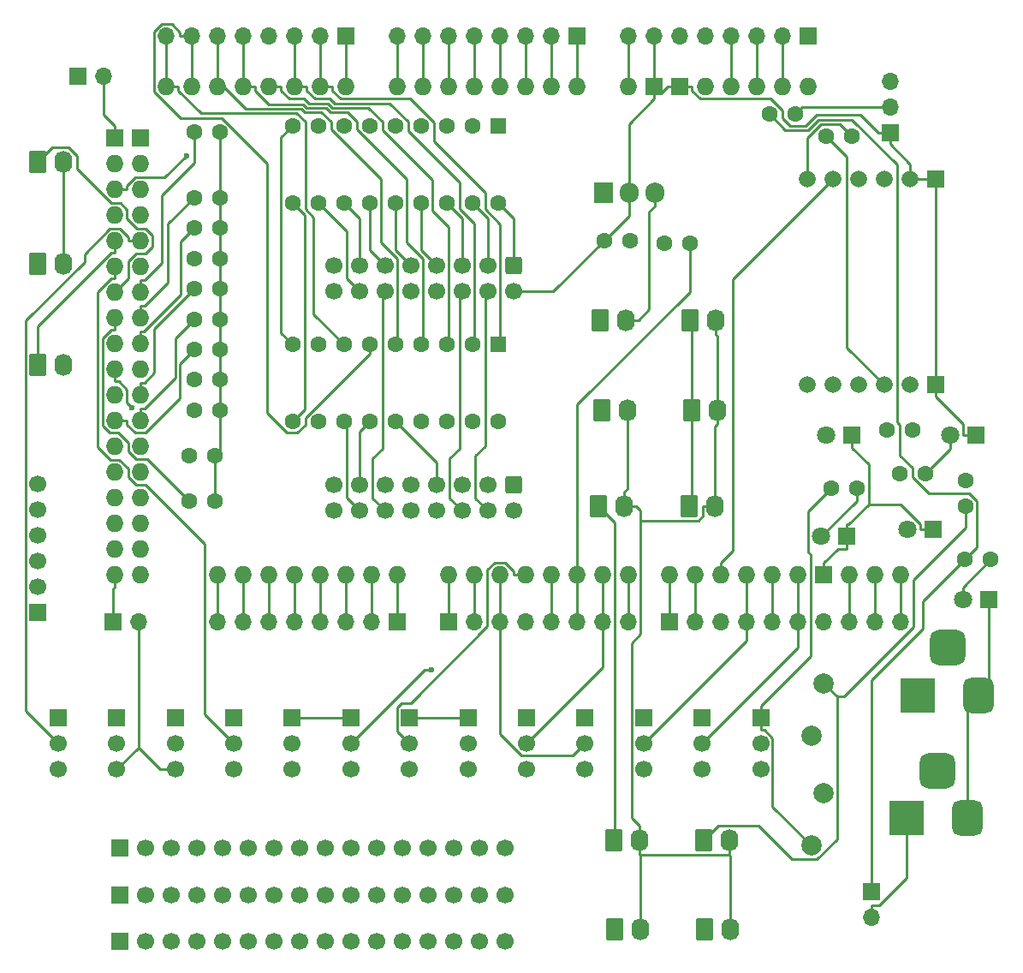
<source format=gbr>
G04 #@! TF.GenerationSoftware,KiCad,Pcbnew,9.0.4*
G04 #@! TF.CreationDate,2025-12-12T10:17:16+10:00*
G04 #@! TF.ProjectId,Jet Ranger Front Panel Servo,4a657420-5261-46e6-9765-722046726f6e,rev?*
G04 #@! TF.SameCoordinates,Original*
G04 #@! TF.FileFunction,Copper,L2,Bot*
G04 #@! TF.FilePolarity,Positive*
%FSLAX46Y46*%
G04 Gerber Fmt 4.6, Leading zero omitted, Abs format (unit mm)*
G04 Created by KiCad (PCBNEW 9.0.4) date 2025-12-12 10:17:16*
%MOMM*%
%LPD*%
G01*
G04 APERTURE LIST*
G04 Aperture macros list*
%AMRoundRect*
0 Rectangle with rounded corners*
0 $1 Rounding radius*
0 $2 $3 $4 $5 $6 $7 $8 $9 X,Y pos of 4 corners*
0 Add a 4 corners polygon primitive as box body*
4,1,4,$2,$3,$4,$5,$6,$7,$8,$9,$2,$3,0*
0 Add four circle primitives for the rounded corners*
1,1,$1+$1,$2,$3*
1,1,$1+$1,$4,$5*
1,1,$1+$1,$6,$7*
1,1,$1+$1,$8,$9*
0 Add four rect primitives between the rounded corners*
20,1,$1+$1,$2,$3,$4,$5,0*
20,1,$1+$1,$4,$5,$6,$7,0*
20,1,$1+$1,$6,$7,$8,$9,0*
20,1,$1+$1,$8,$9,$2,$3,0*%
G04 Aperture macros list end*
G04 #@! TA.AperFunction,ComponentPad*
%ADD10C,2.010000*%
G04 #@! TD*
G04 #@! TA.AperFunction,ComponentPad*
%ADD11R,1.700000X1.700000*%
G04 #@! TD*
G04 #@! TA.AperFunction,ComponentPad*
%ADD12C,1.700000*%
G04 #@! TD*
G04 #@! TA.AperFunction,ComponentPad*
%ADD13RoundRect,0.250000X-0.620000X-0.845000X0.620000X-0.845000X0.620000X0.845000X-0.620000X0.845000X0*%
G04 #@! TD*
G04 #@! TA.AperFunction,ComponentPad*
%ADD14O,1.740000X2.190000*%
G04 #@! TD*
G04 #@! TA.AperFunction,ComponentPad*
%ADD15C,1.600000*%
G04 #@! TD*
G04 #@! TA.AperFunction,ComponentPad*
%ADD16O,1.700000X1.700000*%
G04 #@! TD*
G04 #@! TA.AperFunction,ComponentPad*
%ADD17R,1.800000X1.800000*%
G04 #@! TD*
G04 #@! TA.AperFunction,ComponentPad*
%ADD18C,1.800000*%
G04 #@! TD*
G04 #@! TA.AperFunction,ComponentPad*
%ADD19R,3.500000X3.500000*%
G04 #@! TD*
G04 #@! TA.AperFunction,ComponentPad*
%ADD20RoundRect,0.750000X0.750000X1.000000X-0.750000X1.000000X-0.750000X-1.000000X0.750000X-1.000000X0*%
G04 #@! TD*
G04 #@! TA.AperFunction,ComponentPad*
%ADD21RoundRect,0.875000X0.875000X0.875000X-0.875000X0.875000X-0.875000X-0.875000X0.875000X-0.875000X0*%
G04 #@! TD*
G04 #@! TA.AperFunction,ComponentPad*
%ADD22RoundRect,0.250000X-0.550000X0.550000X-0.550000X-0.550000X0.550000X-0.550000X0.550000X0.550000X0*%
G04 #@! TD*
G04 #@! TA.AperFunction,ComponentPad*
%ADD23RoundRect,0.250000X-0.600000X0.600000X-0.600000X-0.600000X0.600000X-0.600000X0.600000X0.600000X0*%
G04 #@! TD*
G04 #@! TA.AperFunction,ComponentPad*
%ADD24R,1.905000X2.000000*%
G04 #@! TD*
G04 #@! TA.AperFunction,ComponentPad*
%ADD25O,1.905000X2.000000*%
G04 #@! TD*
G04 #@! TA.AperFunction,ComponentPad*
%ADD26R,1.665000X1.665000*%
G04 #@! TD*
G04 #@! TA.AperFunction,ComponentPad*
%ADD27C,1.665000*%
G04 #@! TD*
G04 #@! TA.AperFunction,ComponentPad*
%ADD28O,1.727200X1.727200*%
G04 #@! TD*
G04 #@! TA.AperFunction,ComponentPad*
%ADD29R,1.727200X1.727200*%
G04 #@! TD*
G04 #@! TA.AperFunction,ViaPad*
%ADD30C,0.600000*%
G04 #@! TD*
G04 #@! TA.AperFunction,Conductor*
%ADD31C,0.250000*%
G04 #@! TD*
G04 APERTURE END LIST*
D10*
X110750000Y-105050000D03*
X109550000Y-110150000D03*
D11*
X40791700Y-108420000D03*
D12*
X40791700Y-110960000D03*
X40791700Y-113500000D03*
D13*
X98950000Y-129350000D03*
D14*
X101490000Y-129350000D03*
D15*
X50500000Y-82500000D03*
X47960000Y-82500000D03*
D13*
X89960000Y-120500000D03*
D14*
X92500000Y-120500000D03*
D11*
X63500000Y-41046400D03*
D16*
X60960000Y-41046400D03*
X58420000Y-41046400D03*
X55880000Y-41046400D03*
X53340000Y-41046400D03*
X50800000Y-41046400D03*
X48260000Y-41046400D03*
X45720000Y-41046400D03*
D11*
X117298000Y-50550000D03*
D16*
X117298000Y-48010000D03*
X117298000Y-45470000D03*
D11*
X86360000Y-41046400D03*
D16*
X83820000Y-41046400D03*
X81280000Y-41046400D03*
X78740000Y-41046400D03*
X76200000Y-41046400D03*
X73660000Y-41046400D03*
X71120000Y-41046400D03*
X68580000Y-41046400D03*
D15*
X51040000Y-72000000D03*
X48500000Y-72000000D03*
D17*
X113540000Y-80500000D03*
D18*
X111000000Y-80500000D03*
D11*
X52375000Y-108420000D03*
D12*
X52375000Y-110960000D03*
X52375000Y-113500000D03*
D11*
X69750000Y-108420000D03*
D12*
X69750000Y-110960000D03*
X69750000Y-113500000D03*
D15*
X118250000Y-84250000D03*
X120790000Y-84250000D03*
X51040000Y-66000000D03*
X48500000Y-66000000D03*
X124750000Y-87500000D03*
X124750000Y-84960000D03*
D11*
X37000000Y-45000000D03*
D16*
X39540000Y-45000000D03*
D19*
X118949000Y-118350000D03*
D20*
X124949000Y-118350000D03*
D21*
X121949000Y-113650000D03*
D11*
X75541700Y-108420000D03*
D12*
X75541700Y-110960000D03*
X75541700Y-113500000D03*
D17*
X127040000Y-96750000D03*
D18*
X124500000Y-96750000D03*
D11*
X92916700Y-108420000D03*
D12*
X92916700Y-110960000D03*
X92916700Y-113500000D03*
D17*
X125770000Y-80500000D03*
D18*
X123230000Y-80500000D03*
D10*
X109500000Y-121000000D03*
X110700000Y-115900000D03*
D11*
X33000000Y-98000000D03*
D12*
X33000000Y-95460000D03*
X33000000Y-92920000D03*
X33000000Y-90380000D03*
X33000000Y-87840000D03*
X33000000Y-85300000D03*
D22*
X78500000Y-49868300D03*
D15*
X75960000Y-49868300D03*
X73420000Y-49868300D03*
X70880000Y-49868300D03*
X68340000Y-49868300D03*
X65800000Y-49868300D03*
X63260000Y-49868300D03*
X60720000Y-49868300D03*
X58180000Y-49868300D03*
X58180000Y-57488300D03*
X60720000Y-57488300D03*
X63260000Y-57488300D03*
X65800000Y-57488300D03*
X68340000Y-57488300D03*
X70880000Y-57488300D03*
X73420000Y-57488300D03*
X75960000Y-57488300D03*
X78500000Y-57488300D03*
X51040000Y-69000000D03*
X48500000Y-69000000D03*
X51000000Y-75000000D03*
X48460000Y-75000000D03*
X124710000Y-92750000D03*
X127250000Y-92750000D03*
D13*
X33000000Y-63500000D03*
D14*
X35540000Y-63500000D03*
D15*
X117000000Y-80000000D03*
X119540000Y-80000000D03*
D11*
X68580000Y-98958400D03*
D16*
X66040000Y-98958400D03*
X63500000Y-98958400D03*
X60960000Y-98958400D03*
X58420000Y-98958400D03*
X55880000Y-98958400D03*
X53340000Y-98958400D03*
X50800000Y-98958400D03*
D15*
X51000000Y-50500000D03*
X48460000Y-50500000D03*
D23*
X80040000Y-63736700D03*
D12*
X80040000Y-66276700D03*
X77500000Y-63736700D03*
X77500000Y-66276700D03*
X74960000Y-63736700D03*
X74960000Y-66276700D03*
X72420000Y-63736700D03*
X72420000Y-66276700D03*
X69880000Y-63736700D03*
X69880000Y-66276700D03*
X67340000Y-63736700D03*
X67340000Y-66276700D03*
X64800000Y-63736700D03*
X64800000Y-66276700D03*
X62260000Y-63736700D03*
X62260000Y-66276700D03*
D15*
X94960000Y-61500000D03*
X97500000Y-61500000D03*
D13*
X98850000Y-120500000D03*
D14*
X101390000Y-120500000D03*
D24*
X88920000Y-56500000D03*
D25*
X91460000Y-56500000D03*
X94000000Y-56500000D03*
D26*
X121809000Y-55183300D03*
D27*
X119269000Y-55183300D03*
X116729000Y-55183300D03*
X114189000Y-55183300D03*
X111649000Y-55183300D03*
X109109000Y-55183300D03*
D26*
X121809000Y-75503300D03*
D27*
X119269000Y-75503300D03*
X116729000Y-75503300D03*
X114189000Y-75503300D03*
X111649000Y-75503300D03*
X109109000Y-75503300D03*
D17*
X113040000Y-90500000D03*
D18*
X110500000Y-90500000D03*
D15*
X111455000Y-85750000D03*
X113995000Y-85750000D03*
D13*
X88653200Y-69135100D03*
D14*
X91193200Y-69135100D03*
D11*
X109220000Y-41046400D03*
D16*
X106680000Y-41046400D03*
X104140000Y-41046400D03*
X101600000Y-41046400D03*
X99060000Y-41046400D03*
X96520000Y-41046400D03*
X93980000Y-41046400D03*
X91440000Y-41046400D03*
D11*
X58166700Y-108420000D03*
D12*
X58166700Y-110960000D03*
X58166700Y-113500000D03*
D15*
X51040000Y-60000000D03*
X48500000Y-60000000D03*
D11*
X115450000Y-125560000D03*
D16*
X115450000Y-128100000D03*
D11*
X87125000Y-108420000D03*
D12*
X87125000Y-110960000D03*
X87125000Y-113500000D03*
D11*
X63958300Y-108420000D03*
D12*
X63958300Y-110960000D03*
X63958300Y-113500000D03*
D13*
X97543200Y-69135100D03*
D14*
X100083200Y-69135100D03*
D22*
X78500000Y-71500000D03*
D15*
X75960000Y-71500000D03*
X73420000Y-71500000D03*
X70880000Y-71500000D03*
X68340000Y-71500000D03*
X65800000Y-71500000D03*
X63260000Y-71500000D03*
X60720000Y-71500000D03*
X58180000Y-71500000D03*
X58180000Y-79120000D03*
X60720000Y-79120000D03*
X63260000Y-79120000D03*
X65800000Y-79120000D03*
X68340000Y-79120000D03*
X70880000Y-79120000D03*
X73420000Y-79120000D03*
X75960000Y-79120000D03*
X78500000Y-79120000D03*
D13*
X97643200Y-77985100D03*
D14*
X100183200Y-77985100D03*
D23*
X80040000Y-85368300D03*
D12*
X80040000Y-87908300D03*
X77500000Y-85368300D03*
X77500000Y-87908300D03*
X74960000Y-85368300D03*
X74960000Y-87908300D03*
X72420000Y-85368300D03*
X72420000Y-87908300D03*
X69880000Y-85368300D03*
X69880000Y-87908300D03*
X67340000Y-85368300D03*
X67340000Y-87908300D03*
X64800000Y-85368300D03*
X64800000Y-87908300D03*
X62260000Y-85368300D03*
X62260000Y-87908300D03*
D13*
X97460000Y-87500000D03*
D14*
X100000000Y-87500000D03*
D15*
X110960000Y-50900000D03*
X113500000Y-50900000D03*
D13*
X33000000Y-73500000D03*
D14*
X35540000Y-73500000D03*
D15*
X51040000Y-63000000D03*
X48500000Y-63000000D03*
X89037500Y-61212500D03*
X91577500Y-61212500D03*
D11*
X41140000Y-121320000D03*
D12*
X43680000Y-121320000D03*
X46220000Y-121320000D03*
X48760000Y-121320000D03*
X51300000Y-121320000D03*
X53840000Y-121320000D03*
X56380000Y-121320000D03*
X58920000Y-121320000D03*
X61460000Y-121320000D03*
X64000000Y-121320000D03*
X66540000Y-121320000D03*
X69080000Y-121320000D03*
X71620000Y-121320000D03*
X74160000Y-121320000D03*
X76700000Y-121320000D03*
X79240000Y-121320000D03*
D15*
X51000000Y-78000000D03*
X48460000Y-78000000D03*
X105350000Y-48750000D03*
X107890000Y-48750000D03*
D11*
X35000000Y-108420000D03*
D12*
X35000000Y-110960000D03*
X35000000Y-113500000D03*
D11*
X41140000Y-130500000D03*
D12*
X43680000Y-130500000D03*
X46220000Y-130500000D03*
X48760000Y-130500000D03*
X51300000Y-130500000D03*
X53840000Y-130500000D03*
X56380000Y-130500000D03*
X58920000Y-130500000D03*
X61460000Y-130500000D03*
X64000000Y-130500000D03*
X66540000Y-130500000D03*
X69080000Y-130500000D03*
X71620000Y-130500000D03*
X74160000Y-130500000D03*
X76700000Y-130500000D03*
X79240000Y-130500000D03*
D11*
X81333300Y-108420000D03*
D12*
X81333300Y-110960000D03*
X81333300Y-113500000D03*
D13*
X33000000Y-53500000D03*
D14*
X35540000Y-53500000D03*
D17*
X121540000Y-89750000D03*
D18*
X119000000Y-89750000D03*
D11*
X98708300Y-108420000D03*
D12*
X98708300Y-110960000D03*
X98708300Y-113500000D03*
D11*
X46583300Y-108420000D03*
D12*
X46583300Y-110960000D03*
X46583300Y-113500000D03*
D13*
X88460000Y-87500000D03*
D14*
X91000000Y-87500000D03*
D19*
X120000000Y-106207500D03*
D20*
X126000000Y-106207500D03*
D21*
X123000000Y-101507500D03*
D13*
X88753200Y-77985100D03*
D14*
X91293200Y-77985100D03*
D11*
X95504000Y-98958400D03*
D16*
X98044000Y-98958400D03*
X100584000Y-98958400D03*
X103124000Y-98958400D03*
X105664000Y-98958400D03*
X108204000Y-98958400D03*
X110744000Y-98958400D03*
X113284000Y-98958400D03*
X115824000Y-98958400D03*
X118364000Y-98958400D03*
D11*
X104500000Y-108420000D03*
D12*
X104500000Y-110960000D03*
X104500000Y-113500000D03*
D15*
X51000000Y-57000000D03*
X48460000Y-57000000D03*
D11*
X40411400Y-98933000D03*
D16*
X42951400Y-98933000D03*
D13*
X90060000Y-129350000D03*
D14*
X92600000Y-129350000D03*
D11*
X73660000Y-98958400D03*
D16*
X76200000Y-98958400D03*
X78740000Y-98958400D03*
X81280000Y-98958400D03*
X83820000Y-98958400D03*
X86360000Y-98958400D03*
X88900000Y-98958400D03*
X91440000Y-98958400D03*
D28*
X109205000Y-46039300D03*
X101585000Y-46039300D03*
X99045000Y-46039300D03*
X43165000Y-94299300D03*
X40625000Y-94299300D03*
X86345000Y-46039300D03*
X83805000Y-46039300D03*
X81265000Y-46039300D03*
X78725000Y-46039300D03*
X76185000Y-46039300D03*
X73645000Y-46039300D03*
X71105000Y-46039300D03*
X68565000Y-46039300D03*
X63485000Y-46039300D03*
X60945000Y-46039300D03*
X58405000Y-46039300D03*
X55865000Y-46039300D03*
X53325000Y-46039300D03*
X50785000Y-46039300D03*
X48245000Y-46039300D03*
X45705000Y-46039300D03*
X113269000Y-94299300D03*
X73645000Y-94299300D03*
X76185000Y-94299300D03*
X78725000Y-94299300D03*
X81265000Y-94299300D03*
X83805000Y-94299300D03*
X86345000Y-94299300D03*
X88885000Y-94299300D03*
X91425000Y-94299300D03*
X95489000Y-94299300D03*
X98029000Y-94299300D03*
X100569000Y-94299300D03*
X103109000Y-94299300D03*
X105649000Y-94299300D03*
X108189000Y-94299300D03*
X68565000Y-94299300D03*
X66025000Y-94299300D03*
X63485000Y-94299300D03*
X60945000Y-94299300D03*
X58405000Y-94299300D03*
X55865000Y-94299300D03*
X53325000Y-94299300D03*
X50785000Y-94299300D03*
X43165000Y-91759300D03*
X40625000Y-91759300D03*
X43165000Y-89219300D03*
X40625000Y-89219300D03*
X43165000Y-86679300D03*
X40625000Y-86679300D03*
X43165000Y-84139300D03*
X40625000Y-84139300D03*
X43165000Y-81599300D03*
X40625000Y-81599300D03*
X43165000Y-79059300D03*
X40625000Y-79059300D03*
X43165000Y-76519300D03*
X40625000Y-76519300D03*
X43165000Y-73979300D03*
X40625000Y-73979300D03*
X43165000Y-71439300D03*
X40625000Y-71439300D03*
X43165000Y-68899300D03*
X40625000Y-68899300D03*
X43165000Y-66359300D03*
X40625000Y-66359300D03*
X43165000Y-63819300D03*
X40625000Y-63819300D03*
X43165000Y-61279300D03*
X40625000Y-61279300D03*
X43165000Y-58739300D03*
X40625000Y-58739300D03*
X43165000Y-56199300D03*
X40625000Y-56199300D03*
X43165000Y-53659300D03*
X40625000Y-53659300D03*
D29*
X110729000Y-94299300D03*
X96505000Y-46039300D03*
X93965000Y-46039300D03*
X43165000Y-51119300D03*
X40625000Y-51119300D03*
D28*
X106665000Y-46039300D03*
X104125000Y-46039300D03*
X118349000Y-94299300D03*
X115809000Y-94299300D03*
X91425000Y-46039300D03*
D15*
X50500000Y-87000000D03*
X47960000Y-87000000D03*
D11*
X41140000Y-125910000D03*
D12*
X43680000Y-125910000D03*
X46220000Y-125910000D03*
X48760000Y-125910000D03*
X51300000Y-125910000D03*
X53840000Y-125910000D03*
X56380000Y-125910000D03*
X58920000Y-125910000D03*
X61460000Y-125910000D03*
X64000000Y-125910000D03*
X66540000Y-125910000D03*
X69080000Y-125910000D03*
X71620000Y-125910000D03*
X74160000Y-125910000D03*
X76700000Y-125910000D03*
X79240000Y-125910000D03*
D30*
X42308400Y-77789400D03*
X71898200Y-103637300D03*
X47690800Y-52867600D03*
D31*
X93470500Y-68052900D02*
X92388300Y-69135100D01*
X93470500Y-58354600D02*
X93470500Y-68052900D01*
X94000000Y-57825100D02*
X93470500Y-58354600D01*
X94000000Y-56500000D02*
X94000000Y-57825100D01*
X91193200Y-69135100D02*
X92388300Y-69135100D01*
X92600000Y-129350000D02*
X92600000Y-127929900D01*
X100183200Y-70655200D02*
X100083200Y-70555200D01*
X100183200Y-77985100D02*
X100183200Y-70655200D01*
X100083200Y-69135100D02*
X100083200Y-70555200D01*
X101390000Y-120500000D02*
X101390000Y-121920100D01*
X91293200Y-85786700D02*
X91000000Y-86079900D01*
X91293200Y-77985100D02*
X91293200Y-85786700D01*
X91000000Y-87500000D02*
X91000000Y-86079900D01*
X92500000Y-120500000D02*
X92500000Y-119079900D01*
X91000000Y-87500000D02*
X92195100Y-87500000D01*
X101490000Y-122020100D02*
X101490000Y-129350000D01*
X101390000Y-121920100D02*
X101490000Y-122020100D01*
X92600000Y-127929900D02*
X92600000Y-121935800D01*
X92584300Y-121920100D02*
X92600000Y-121935800D01*
X92500000Y-121920100D02*
X92584300Y-121920100D01*
X101374300Y-121935800D02*
X101390000Y-121920100D01*
X92600000Y-121935800D02*
X101374300Y-121935800D01*
X92500000Y-120500000D02*
X92500000Y-121920100D01*
X100000000Y-79588400D02*
X100183200Y-79405200D01*
X100000000Y-87500000D02*
X100000000Y-79588400D01*
X100183200Y-77985100D02*
X100183200Y-79405200D01*
X100000000Y-87500000D02*
X98804900Y-87500000D01*
X98804900Y-88457700D02*
X98804900Y-87500000D01*
X98325300Y-88937300D02*
X98804900Y-88457700D01*
X92626100Y-88937300D02*
X98325300Y-88937300D01*
X92626100Y-100144300D02*
X92626100Y-88937300D01*
X91741500Y-101028900D02*
X92626100Y-100144300D01*
X91741500Y-118321400D02*
X91741500Y-101028900D01*
X92500000Y-119079900D02*
X91741500Y-118321400D01*
X92626100Y-87931000D02*
X92195100Y-87500000D01*
X92626100Y-88937300D02*
X92626100Y-87931000D01*
X55880000Y-95503000D02*
X55880000Y-98958400D01*
X55865000Y-95488000D02*
X55880000Y-95503000D01*
X55865000Y-94299300D02*
X55865000Y-95488000D01*
X60960000Y-95503000D02*
X60960000Y-98958400D01*
X60945000Y-95488000D02*
X60960000Y-95503000D01*
X60945000Y-94299300D02*
X60945000Y-95488000D01*
X58420000Y-95503000D02*
X58420000Y-98958400D01*
X58405000Y-95488000D02*
X58420000Y-95503000D01*
X58405000Y-94299300D02*
X58405000Y-95488000D01*
X112355300Y-49755300D02*
X113500000Y-50900000D01*
X110478900Y-49755300D02*
X112355300Y-49755300D01*
X109109000Y-51125200D02*
X110478900Y-49755300D01*
X109109000Y-55183300D02*
X109109000Y-51125200D01*
X80040000Y-59028300D02*
X78500000Y-57488300D01*
X80040000Y-63736700D02*
X80040000Y-59028300D01*
X68340000Y-62196700D02*
X69880000Y-63736700D01*
X68340000Y-57488300D02*
X68340000Y-62196700D01*
X63530000Y-60298300D02*
X60720000Y-57488300D01*
X63530000Y-65006700D02*
X63530000Y-60298300D01*
X64800000Y-66276700D02*
X63530000Y-65006700D01*
X77500000Y-59028300D02*
X75960000Y-57488300D01*
X77500000Y-63736700D02*
X77500000Y-59028300D01*
X64800000Y-59028300D02*
X64800000Y-63736700D01*
X63260000Y-57488300D02*
X64800000Y-59028300D01*
X74960000Y-59028300D02*
X74960000Y-63736700D01*
X73420000Y-57488300D02*
X74960000Y-59028300D01*
X65800000Y-62196700D02*
X67340000Y-63736700D01*
X65800000Y-57488300D02*
X65800000Y-62196700D01*
X70880000Y-62196700D02*
X72420000Y-63736700D01*
X70880000Y-57488300D02*
X70880000Y-62196700D01*
X48460000Y-53537900D02*
X48460000Y-50500000D01*
X45276100Y-56721800D02*
X48460000Y-53537900D01*
X45276100Y-63431000D02*
X45276100Y-56721800D01*
X43536500Y-65170600D02*
X45276100Y-63431000D01*
X43165000Y-65170600D02*
X43536500Y-65170600D01*
X43165000Y-66359300D02*
X43165000Y-65170600D01*
X72420000Y-83200000D02*
X68340000Y-79120000D01*
X72420000Y-85368300D02*
X72420000Y-83200000D01*
X64800000Y-80120000D02*
X65800000Y-79120000D01*
X64800000Y-85368300D02*
X64800000Y-80120000D01*
X43165000Y-76519300D02*
X43165000Y-75330600D01*
X44540200Y-69959800D02*
X48500000Y-66000000D01*
X44540200Y-74327000D02*
X44540200Y-69959800D01*
X43536600Y-75330600D02*
X44540200Y-74327000D01*
X43165000Y-75330600D02*
X43536600Y-75330600D01*
X43165000Y-68899300D02*
X43165000Y-67710600D01*
X45879900Y-59580100D02*
X48460000Y-57000000D01*
X45879900Y-65367200D02*
X45879900Y-59580100D01*
X43536500Y-67710600D02*
X45879900Y-65367200D01*
X43165000Y-67710600D02*
X43536500Y-67710600D01*
X63500000Y-95503000D02*
X63500000Y-98958400D01*
X63485000Y-95488000D02*
X63500000Y-95503000D01*
X63485000Y-94299300D02*
X63485000Y-95488000D01*
X47131500Y-61368500D02*
X48500000Y-60000000D01*
X47131500Y-66619900D02*
X47131500Y-61368500D01*
X43500800Y-70250600D02*
X47131500Y-66619900D01*
X43165000Y-70250600D02*
X43500800Y-70250600D01*
X43165000Y-71439300D02*
X43165000Y-70250600D01*
X74690000Y-66546700D02*
X74960000Y-66276700D01*
X74690000Y-81841600D02*
X74690000Y-66546700D01*
X73748400Y-82783200D02*
X74690000Y-81841600D01*
X73748400Y-86696700D02*
X73748400Y-82783200D01*
X74960000Y-87908300D02*
X73748400Y-86696700D01*
X67070000Y-66546700D02*
X67340000Y-66276700D01*
X67070000Y-81841600D02*
X67070000Y-66546700D01*
X66128400Y-82783200D02*
X67070000Y-81841600D01*
X66128400Y-86696700D02*
X66128400Y-82783200D01*
X67340000Y-87908300D02*
X66128400Y-86696700D01*
X63530000Y-79390000D02*
X63260000Y-79120000D01*
X63530000Y-86638300D02*
X63530000Y-79390000D01*
X64800000Y-87908300D02*
X63530000Y-86638300D01*
X109420400Y-102324500D02*
X104500000Y-107244900D01*
X109420400Y-92276000D02*
X109420400Y-102324500D01*
X109231200Y-92086800D02*
X109420400Y-92276000D01*
X109231200Y-87973800D02*
X109231200Y-92086800D01*
X111455000Y-85750000D02*
X109231200Y-87973800D01*
X104500000Y-108420000D02*
X104500000Y-107244900D01*
X75541700Y-108420000D02*
X69750000Y-108420000D01*
X63958300Y-108420000D02*
X58166700Y-108420000D01*
X104867300Y-109595100D02*
X104500000Y-109595100D01*
X105675100Y-110402900D02*
X104867300Y-109595100D01*
X105675100Y-117175100D02*
X105675100Y-110402900D01*
X109500000Y-121000000D02*
X105675100Y-117175100D01*
X104500000Y-108420000D02*
X104500000Y-109595100D01*
X50800000Y-95503000D02*
X50800000Y-98958400D01*
X50785000Y-95488000D02*
X50800000Y-95503000D01*
X50785000Y-94299300D02*
X50785000Y-95488000D01*
X43829300Y-82869300D02*
X47960000Y-87000000D01*
X42731800Y-82869300D02*
X43829300Y-82869300D01*
X41976200Y-82113700D02*
X42731800Y-82869300D01*
X41976200Y-81268200D02*
X41976200Y-82113700D01*
X40964600Y-80256600D02*
X41976200Y-81268200D01*
X40107200Y-80256600D02*
X40964600Y-80256600D01*
X39407100Y-79556500D02*
X40107200Y-80256600D01*
X39407100Y-70934400D02*
X39407100Y-79556500D01*
X40253500Y-70088000D02*
X39407100Y-70934400D01*
X40625000Y-70088000D02*
X40253500Y-70088000D01*
X40625000Y-68899300D02*
X40625000Y-70088000D01*
X41813700Y-77294700D02*
X42308400Y-77789400D01*
X41813700Y-75985100D02*
X41813700Y-77294700D01*
X40996600Y-75168000D02*
X41813700Y-75985100D01*
X40625000Y-75168000D02*
X40996600Y-75168000D01*
X40625000Y-73979300D02*
X40625000Y-75168000D01*
X50800000Y-44835600D02*
X50800000Y-41046400D01*
X50785000Y-44850600D02*
X50800000Y-44835600D01*
X50785000Y-46039300D02*
X50785000Y-45450600D01*
X50785000Y-45450600D02*
X50785000Y-44850600D01*
X68542500Y-71297500D02*
X68340000Y-71500000D01*
X68542500Y-63035900D02*
X68542500Y-71297500D01*
X66932000Y-61425400D02*
X68542500Y-63035900D01*
X66932000Y-55152300D02*
X66932000Y-61425400D01*
X61990100Y-50210400D02*
X66932000Y-55152300D01*
X61990100Y-49513500D02*
X61990100Y-50210400D01*
X61055000Y-48578400D02*
X61990100Y-49513500D01*
X59421700Y-48578400D02*
X61055000Y-48578400D01*
X59052500Y-48209200D02*
X59421700Y-48578400D01*
X53543600Y-48209200D02*
X59052500Y-48209200D01*
X50785000Y-45450600D02*
X53543600Y-48209200D01*
X83820000Y-95503000D02*
X83820000Y-98958400D01*
X83805000Y-95488000D02*
X83820000Y-95503000D01*
X83805000Y-94299300D02*
X83805000Y-95488000D01*
X108204000Y-101464300D02*
X98708300Y-110960000D01*
X108204000Y-98958400D02*
X108204000Y-101464300D01*
X108204000Y-95503000D02*
X108204000Y-98958400D01*
X108189000Y-95488000D02*
X108204000Y-95503000D01*
X108189000Y-94299300D02*
X108189000Y-95488000D01*
X48245000Y-46039300D02*
X48245000Y-44850600D01*
X48260000Y-44835600D02*
X48260000Y-41046400D01*
X48245000Y-44850600D02*
X48260000Y-44835600D01*
X65800000Y-72389300D02*
X65800000Y-71500000D01*
X59450000Y-78739300D02*
X65800000Y-72389300D01*
X59450000Y-79482200D02*
X59450000Y-78739300D01*
X58680000Y-80252200D02*
X59450000Y-79482200D01*
X57661800Y-80252200D02*
X58680000Y-80252200D01*
X55717500Y-78307900D02*
X57661800Y-80252200D01*
X55717500Y-53611700D02*
X55717500Y-78307900D01*
X51215300Y-49109500D02*
X55717500Y-53611700D01*
X47090000Y-49109500D02*
X51215300Y-49109500D01*
X44483200Y-46502700D02*
X47090000Y-49109500D01*
X44483200Y-40619700D02*
X44483200Y-46502700D01*
X45246800Y-39856100D02*
X44483200Y-40619700D01*
X46261800Y-39856100D02*
X45246800Y-39856100D01*
X47084900Y-40679200D02*
X46261800Y-39856100D01*
X47084900Y-41046400D02*
X47084900Y-40679200D01*
X48260000Y-41046400D02*
X47084900Y-41046400D01*
X33000000Y-69721500D02*
X33000000Y-73500000D01*
X40253500Y-62468000D02*
X33000000Y-69721500D01*
X40625000Y-62468000D02*
X40253500Y-62468000D01*
X40625000Y-61279300D02*
X40625000Y-62468000D01*
X58420000Y-44835600D02*
X58420000Y-41046400D01*
X58405000Y-44850600D02*
X58420000Y-44835600D01*
X58405000Y-46039300D02*
X58405000Y-44850600D01*
X58405000Y-46039300D02*
X59593700Y-46039300D01*
X76162500Y-71297500D02*
X75960000Y-71500000D01*
X76162500Y-59594100D02*
X76162500Y-71297500D01*
X74690000Y-58121600D02*
X76162500Y-59594100D01*
X74690000Y-55478300D02*
X74690000Y-58121600D01*
X69610000Y-50398300D02*
X74690000Y-55478300D01*
X69610000Y-49484300D02*
X69610000Y-50398300D01*
X67803900Y-47678200D02*
X69610000Y-49484300D01*
X62334700Y-47678200D02*
X67803900Y-47678200D01*
X61884600Y-47228100D02*
X62334700Y-47678200D01*
X60413000Y-47228100D02*
X61884600Y-47228100D01*
X59593700Y-46408800D02*
X60413000Y-47228100D01*
X59593700Y-46039300D02*
X59593700Y-46408800D01*
X68580000Y-44835600D02*
X68580000Y-41046400D01*
X68565000Y-44850600D02*
X68580000Y-44835600D01*
X68565000Y-46039300D02*
X68565000Y-44850600D01*
X34443700Y-52056300D02*
X33000000Y-53500000D01*
X36026200Y-52056300D02*
X34443700Y-52056300D01*
X36853900Y-52884000D02*
X36026200Y-52056300D01*
X36853900Y-54162600D02*
X36853900Y-52884000D01*
X40241800Y-57550500D02*
X36853900Y-54162600D01*
X41174200Y-57550500D02*
X40241800Y-57550500D01*
X41813800Y-58190100D02*
X41174200Y-57550500D01*
X41813800Y-59070400D02*
X41813800Y-58190100D01*
X42808100Y-60064700D02*
X41813800Y-59070400D01*
X43657700Y-60064700D02*
X42808100Y-60064700D01*
X44353700Y-60760700D02*
X43657700Y-60064700D01*
X44353700Y-61839800D02*
X44353700Y-60760700D01*
X43644200Y-62549300D02*
X44353700Y-61839800D01*
X42731800Y-62549300D02*
X43644200Y-62549300D01*
X41976200Y-63304900D02*
X42731800Y-62549300D01*
X41976200Y-65008100D02*
X41976200Y-63304900D01*
X40625000Y-66359300D02*
X41976200Y-65008100D01*
X83820000Y-44835600D02*
X83820000Y-41046400D01*
X83805000Y-44850600D02*
X83820000Y-44835600D01*
X83805000Y-46039300D02*
X83805000Y-44850600D01*
X60960000Y-44835600D02*
X60960000Y-41046400D01*
X60945000Y-44850600D02*
X60960000Y-44835600D01*
X60945000Y-46039300D02*
X60945000Y-44850600D01*
X62133700Y-46408800D02*
X62133700Y-46039300D01*
X62952900Y-47228000D02*
X62133700Y-46408800D01*
X69831300Y-47228000D02*
X62952900Y-47228000D01*
X72150000Y-49546700D02*
X69831300Y-47228000D01*
X72150000Y-51470700D02*
X72150000Y-49546700D01*
X77230000Y-56550700D02*
X72150000Y-51470700D01*
X77230000Y-58121600D02*
X77230000Y-56550700D01*
X78716800Y-59608400D02*
X77230000Y-58121600D01*
X78716800Y-71283200D02*
X78716800Y-59608400D01*
X78500000Y-71500000D02*
X78716800Y-71283200D01*
X60945000Y-46039300D02*
X62133700Y-46039300D01*
X46625200Y-70874800D02*
X48500000Y-69000000D01*
X46625200Y-74781900D02*
X46625200Y-70874800D01*
X43536500Y-77870600D02*
X46625200Y-74781900D01*
X43165000Y-77870600D02*
X43536500Y-77870600D01*
X43165000Y-79059300D02*
X43165000Y-77870600D01*
X105664000Y-95503000D02*
X105664000Y-98958400D01*
X105649000Y-95488000D02*
X105664000Y-95503000D01*
X105649000Y-94299300D02*
X105649000Y-95488000D01*
X95489000Y-94299300D02*
X95489000Y-95488000D01*
X95504000Y-95503000D02*
X95504000Y-98958400D01*
X95489000Y-95488000D02*
X95504000Y-95503000D01*
X71281000Y-103637300D02*
X63958300Y-110960000D01*
X71898200Y-103637300D02*
X71281000Y-103637300D01*
X106680000Y-44835600D02*
X106680000Y-41046400D01*
X106665000Y-44850600D02*
X106680000Y-44835600D01*
X106665000Y-46039300D02*
X106665000Y-44850600D01*
X53340000Y-44835600D02*
X53340000Y-41046400D01*
X53325000Y-44850600D02*
X53340000Y-44835600D01*
X53325000Y-45450600D02*
X53325000Y-44850600D01*
X53325000Y-45450600D02*
X53325000Y-46039300D01*
X71082500Y-71297500D02*
X70880000Y-71500000D01*
X71082500Y-63035900D02*
X71082500Y-71297500D01*
X69472000Y-61425400D02*
X71082500Y-63035900D01*
X69472000Y-55179200D02*
X69472000Y-61425400D01*
X64530000Y-50237200D02*
X69472000Y-55179200D01*
X64530000Y-49492500D02*
X64530000Y-50237200D01*
X63615900Y-48578400D02*
X64530000Y-49492500D01*
X61961700Y-48578400D02*
X63615900Y-48578400D01*
X61511600Y-48128300D02*
X61961700Y-48578400D01*
X59608200Y-48128300D02*
X61511600Y-48128300D01*
X59238900Y-47759000D02*
X59608200Y-48128300D01*
X55861900Y-47759000D02*
X59238900Y-47759000D01*
X54513700Y-46410800D02*
X55861900Y-47759000D01*
X54513700Y-46039300D02*
X54513700Y-46410800D01*
X53325000Y-46039300D02*
X54513700Y-46039300D01*
X81280000Y-44835600D02*
X81280000Y-41046400D01*
X81265000Y-44850600D02*
X81280000Y-44835600D01*
X81265000Y-46039300D02*
X81265000Y-44850600D01*
X78740000Y-44835600D02*
X78740000Y-41046400D01*
X78725000Y-44850600D02*
X78740000Y-44835600D01*
X78725000Y-46039300D02*
X78725000Y-44850600D01*
X45720000Y-44835600D02*
X45720000Y-41046400D01*
X45705000Y-44850600D02*
X45720000Y-44835600D01*
X45705000Y-46039300D02*
X45705000Y-44850600D01*
X45705000Y-46039300D02*
X46893700Y-46039300D01*
X46893700Y-46408800D02*
X46893700Y-46039300D01*
X49144200Y-48659300D02*
X46893700Y-46408800D01*
X58585800Y-48659300D02*
X49144200Y-48659300D01*
X59450000Y-49523500D02*
X58585800Y-48659300D01*
X59450000Y-58121600D02*
X59450000Y-49523500D01*
X60293600Y-58965200D02*
X59450000Y-58121600D01*
X60293600Y-68533600D02*
X60293600Y-58965200D01*
X63260000Y-71500000D02*
X60293600Y-68533600D01*
X49479200Y-108064200D02*
X52375000Y-110960000D01*
X49479200Y-91244300D02*
X49479200Y-108064200D01*
X43644200Y-85409300D02*
X49479200Y-91244300D01*
X42731800Y-85409300D02*
X43644200Y-85409300D01*
X41976200Y-84653700D02*
X42731800Y-85409300D01*
X41976200Y-83798800D02*
X41976200Y-84653700D01*
X41069600Y-82892200D02*
X41976200Y-83798800D01*
X40228000Y-82892200D02*
X41069600Y-82892200D01*
X38955900Y-81620100D02*
X40228000Y-82892200D01*
X38955900Y-66305600D02*
X38955900Y-81620100D01*
X40253500Y-65008000D02*
X38955900Y-66305600D01*
X40625000Y-65008000D02*
X40253500Y-65008000D01*
X40625000Y-63819300D02*
X40625000Y-65008000D01*
X113284000Y-95503000D02*
X113284000Y-98958400D01*
X113269000Y-95488000D02*
X113284000Y-95503000D01*
X113269000Y-94299300D02*
X113269000Y-95488000D01*
X71120000Y-44835600D02*
X71120000Y-41046400D01*
X71105000Y-44850600D02*
X71120000Y-44835600D01*
X71105000Y-46039300D02*
X71105000Y-44850600D01*
X91425000Y-42236500D02*
X91440000Y-42221500D01*
X91425000Y-46039300D02*
X91425000Y-42236500D01*
X91440000Y-41046400D02*
X91440000Y-42221500D01*
X73660000Y-95503000D02*
X73660000Y-98958400D01*
X73645000Y-95488000D02*
X73660000Y-95503000D01*
X73645000Y-94299300D02*
X73645000Y-95488000D01*
X76200000Y-95503000D02*
X76200000Y-98958400D01*
X76185000Y-95488000D02*
X76200000Y-95503000D01*
X76185000Y-94299300D02*
X76185000Y-95488000D01*
X101600000Y-44835600D02*
X101600000Y-41046400D01*
X101585000Y-44850600D02*
X101600000Y-44835600D01*
X101585000Y-46039300D02*
X101585000Y-44850600D01*
X113031300Y-52971300D02*
X110960000Y-50900000D01*
X113031300Y-71805600D02*
X113031300Y-52971300D01*
X116729000Y-75503300D02*
X113031300Y-71805600D01*
X73622500Y-71297500D02*
X73420000Y-71500000D01*
X73622500Y-59912600D02*
X73622500Y-71297500D01*
X72005100Y-58295200D02*
X73622500Y-59912600D01*
X72005100Y-55226000D02*
X72005100Y-58295200D01*
X67070000Y-50290900D02*
X72005100Y-55226000D01*
X67070000Y-49492500D02*
X67070000Y-50290900D01*
X65705800Y-48128300D02*
X67070000Y-49492500D01*
X62148200Y-48128300D02*
X65705800Y-48128300D01*
X61698100Y-47678200D02*
X62148200Y-48128300D01*
X59794700Y-47678200D02*
X61698100Y-47678200D01*
X59344500Y-47228000D02*
X59794700Y-47678200D01*
X57870800Y-47228000D02*
X59344500Y-47228000D01*
X57053700Y-46410900D02*
X57870800Y-47228000D01*
X57053700Y-46039300D02*
X57053700Y-46410900D01*
X55865000Y-46039300D02*
X57053700Y-46039300D01*
X97500000Y-66299100D02*
X97500000Y-61500000D01*
X86345000Y-77454100D02*
X97500000Y-66299100D01*
X86345000Y-94299300D02*
X86345000Y-77454100D01*
X86360000Y-95503000D02*
X86360000Y-98958400D01*
X86345000Y-95488000D02*
X86360000Y-95503000D01*
X86345000Y-94299300D02*
X86345000Y-95488000D01*
X68533900Y-109743900D02*
X69750000Y-110960000D01*
X68533900Y-107426400D02*
X68533900Y-109743900D01*
X68980100Y-106980200D02*
X68533900Y-107426400D01*
X69871700Y-106980200D02*
X68980100Y-106980200D01*
X77470000Y-99381900D02*
X69871700Y-106980200D01*
X77470000Y-93784600D02*
X77470000Y-99381900D01*
X78171700Y-93082900D02*
X77470000Y-93784600D01*
X79231400Y-93082900D02*
X78171700Y-93082900D01*
X80076300Y-93927800D02*
X79231400Y-93082900D01*
X80076300Y-94299300D02*
X80076300Y-93927800D01*
X81265000Y-94299300D02*
X80076300Y-94299300D01*
X103109000Y-94299300D02*
X103109000Y-95488000D01*
X103124000Y-95503000D02*
X103124000Y-98958400D01*
X103109000Y-95488000D02*
X103124000Y-95503000D01*
X103124000Y-100752700D02*
X92916700Y-110960000D01*
X103124000Y-98958400D02*
X103124000Y-100752700D01*
X63500000Y-44835600D02*
X63500000Y-41046400D01*
X63485000Y-44850600D02*
X63500000Y-44835600D01*
X63485000Y-46039300D02*
X63485000Y-44850600D01*
X73660000Y-44835600D02*
X73660000Y-41046400D01*
X73645000Y-44850600D02*
X73660000Y-44835600D01*
X73645000Y-46039300D02*
X73645000Y-44850600D01*
X101757700Y-65074600D02*
X111649000Y-55183300D01*
X101757700Y-91921900D02*
X101757700Y-65074600D01*
X100569000Y-93110600D02*
X101757700Y-91921900D01*
X100569000Y-94299300D02*
X100569000Y-93110600D01*
X66040000Y-95503000D02*
X66040000Y-98958400D01*
X66025000Y-95488000D02*
X66040000Y-95503000D01*
X66025000Y-94299300D02*
X66025000Y-95488000D01*
X68580000Y-95503000D02*
X68580000Y-98958400D01*
X68565000Y-95488000D02*
X68580000Y-95503000D01*
X68565000Y-94299300D02*
X68565000Y-95488000D01*
X45547800Y-55010600D02*
X47690800Y-52867600D01*
X42630800Y-55010600D02*
X45547800Y-55010600D01*
X41813700Y-55827700D02*
X42630800Y-55010600D01*
X41813700Y-56199300D02*
X41813700Y-55827700D01*
X40625000Y-56199300D02*
X41813700Y-56199300D01*
X104140000Y-44835600D02*
X104140000Y-41046400D01*
X104125000Y-44850600D02*
X104140000Y-44835600D01*
X104125000Y-46039300D02*
X104125000Y-44850600D01*
X117298000Y-48010000D02*
X116122900Y-48010000D01*
X108630000Y-48010000D02*
X107890000Y-48750000D01*
X116122900Y-48010000D02*
X108630000Y-48010000D01*
X31800300Y-107760300D02*
X35000000Y-110960000D01*
X31800300Y-69155000D02*
X31800300Y-107760300D01*
X37611200Y-63344100D02*
X31800300Y-69155000D01*
X37611200Y-62566400D02*
X37611200Y-63344100D01*
X40113100Y-60064500D02*
X37611200Y-62566400D01*
X41133000Y-60064500D02*
X40113100Y-60064500D01*
X41976300Y-60907800D02*
X41133000Y-60064500D01*
X41976300Y-61279300D02*
X41976300Y-60907800D01*
X43165000Y-61279300D02*
X41976300Y-61279300D01*
X47075400Y-73424600D02*
X48500000Y-72000000D01*
X47075400Y-76831500D02*
X47075400Y-73424600D01*
X43650100Y-80256800D02*
X47075400Y-76831500D01*
X42639700Y-80256800D02*
X43650100Y-80256800D01*
X41813700Y-79430800D02*
X42639700Y-80256800D01*
X41813700Y-79059300D02*
X41813700Y-79430800D01*
X40625000Y-79059300D02*
X41813700Y-79059300D01*
X86360000Y-44835600D02*
X86360000Y-41046400D01*
X86345000Y-44850600D02*
X86360000Y-44835600D01*
X86345000Y-46039300D02*
X86345000Y-44850600D01*
X76200000Y-44835600D02*
X76200000Y-41046400D01*
X76185000Y-44850600D02*
X76200000Y-44835600D01*
X76185000Y-46039300D02*
X76185000Y-44850600D01*
X53340000Y-95503000D02*
X53340000Y-98958400D01*
X53325000Y-95488000D02*
X53340000Y-95503000D01*
X53325000Y-94299300D02*
X53325000Y-95488000D01*
X98044000Y-95503000D02*
X98044000Y-98958400D01*
X98029000Y-95488000D02*
X98044000Y-95503000D01*
X98029000Y-94299300D02*
X98029000Y-95488000D01*
X91440000Y-95503000D02*
X91440000Y-98958400D01*
X91425000Y-95488000D02*
X91440000Y-95503000D01*
X91425000Y-94299300D02*
X91425000Y-95488000D01*
X85934400Y-112150600D02*
X87125000Y-110960000D01*
X80831300Y-112150600D02*
X85934400Y-112150600D01*
X78740000Y-110059300D02*
X80831300Y-112150600D01*
X78740000Y-98958400D02*
X78740000Y-110059300D01*
X78740000Y-95503000D02*
X78740000Y-98958400D01*
X78725000Y-95488000D02*
X78740000Y-95503000D01*
X78725000Y-94299300D02*
X78725000Y-95488000D01*
X118364000Y-95503000D02*
X118364000Y-98958400D01*
X118349000Y-95488000D02*
X118364000Y-95503000D01*
X118349000Y-94299300D02*
X118349000Y-95488000D01*
X115824000Y-95503000D02*
X115824000Y-98958400D01*
X115809000Y-95488000D02*
X115824000Y-95503000D01*
X115809000Y-94299300D02*
X115809000Y-95488000D01*
X40411400Y-95701600D02*
X40411400Y-98933000D01*
X40625000Y-95488000D02*
X40411400Y-95701600D01*
X40625000Y-94299300D02*
X40625000Y-95488000D01*
X51040000Y-57040000D02*
X51040000Y-60000000D01*
X51000000Y-57000000D02*
X51040000Y-57040000D01*
X51040000Y-60000000D02*
X51040000Y-63000000D01*
X51040000Y-63000000D02*
X51040000Y-66000000D01*
X51000000Y-50500000D02*
X51000000Y-57000000D01*
X51040000Y-74960000D02*
X51040000Y-72000000D01*
X51000000Y-75000000D02*
X51040000Y-74960000D01*
X51040000Y-66000000D02*
X51040000Y-69000000D01*
X51040000Y-69000000D02*
X51040000Y-72000000D01*
X51000000Y-78000000D02*
X51000000Y-75000000D01*
X50500000Y-87000000D02*
X50500000Y-82500000D01*
X51000000Y-82000000D02*
X51000000Y-78000000D01*
X50500000Y-82500000D02*
X51000000Y-82000000D01*
X125875300Y-91584700D02*
X124710000Y-92750000D01*
X125875300Y-87011500D02*
X125875300Y-91584700D01*
X125093800Y-86230000D02*
X125875300Y-87011500D01*
X121158700Y-86230000D02*
X125093800Y-86230000D01*
X119520000Y-84591300D02*
X121158700Y-86230000D01*
X119520000Y-83720000D02*
X119520000Y-84591300D01*
X118270000Y-82470000D02*
X119520000Y-83720000D01*
X118270000Y-79470000D02*
X118270000Y-82470000D01*
X117999000Y-79199000D02*
X118270000Y-79470000D01*
X117999000Y-53751400D02*
X117999000Y-79199000D01*
X113546100Y-49298500D02*
X117999000Y-53751400D01*
X110220100Y-49298500D02*
X113546100Y-49298500D01*
X109175000Y-50343600D02*
X110220100Y-49298500D01*
X106943600Y-50343600D02*
X109175000Y-50343600D01*
X105350000Y-48750000D02*
X106943600Y-50343600D01*
X120544300Y-96915700D02*
X124710000Y-92750000D01*
X120544300Y-99609700D02*
X120544300Y-96915700D01*
X115450000Y-104704000D02*
X120544300Y-99609700D01*
X115450000Y-125560000D02*
X115450000Y-104704000D01*
X88885000Y-94299300D02*
X88885000Y-95488000D01*
X88900000Y-95503000D02*
X88900000Y-98958400D01*
X88885000Y-95488000D02*
X88900000Y-95503000D01*
X88900000Y-103393300D02*
X81333300Y-110960000D01*
X88900000Y-98958400D02*
X88900000Y-103393300D01*
X59370600Y-58678900D02*
X58180000Y-57488300D01*
X59370600Y-77929400D02*
X59370600Y-58678900D01*
X58180000Y-79120000D02*
X59370600Y-77929400D01*
X97643200Y-87316800D02*
X97643200Y-77985100D01*
X97460000Y-87500000D02*
X97643200Y-87316800D01*
X97643200Y-69235100D02*
X97543200Y-69135100D01*
X97643200Y-77985100D02*
X97643200Y-69235100D01*
X124750000Y-89640000D02*
X124750000Y-87500000D01*
X119590800Y-94799200D02*
X124750000Y-89640000D01*
X119590800Y-99460000D02*
X119590800Y-94799200D01*
X112715600Y-106335200D02*
X119590800Y-99460000D01*
X112035200Y-106335200D02*
X112715600Y-106335200D01*
X112035200Y-120405300D02*
X112035200Y-106335200D01*
X110050300Y-122390200D02*
X112035200Y-120405300D01*
X107604200Y-122390200D02*
X110050300Y-122390200D01*
X104293800Y-119079800D02*
X107604200Y-122390200D01*
X100270200Y-119079800D02*
X104293800Y-119079800D01*
X98850000Y-120500000D02*
X100270200Y-119079800D01*
X112035200Y-106335200D02*
X110750000Y-105050000D01*
X90088400Y-120371600D02*
X89960000Y-120500000D01*
X90088400Y-89128400D02*
X90088400Y-120371600D01*
X88460000Y-87500000D02*
X90088400Y-89128400D01*
X118949000Y-124233800D02*
X118949000Y-118350000D01*
X116257900Y-126924900D02*
X118949000Y-124233800D01*
X115450000Y-126924900D02*
X116257900Y-126924900D01*
X115450000Y-128100000D02*
X115450000Y-126924900D01*
X123230000Y-81810000D02*
X123230000Y-80500000D01*
X120790000Y-84250000D02*
X123230000Y-81810000D01*
X113995000Y-87005000D02*
X110500000Y-90500000D01*
X113995000Y-85750000D02*
X113995000Y-87005000D01*
X39540000Y-48845600D02*
X39540000Y-45000000D01*
X40625000Y-49930600D02*
X39540000Y-48845600D01*
X40625000Y-51119300D02*
X40625000Y-49930600D01*
X93980000Y-44835600D02*
X93980000Y-41046400D01*
X93965000Y-44850600D02*
X93980000Y-44835600D01*
X93965000Y-46039300D02*
X93965000Y-44850600D01*
X119269000Y-55183300D02*
X121809000Y-55183300D01*
X117298000Y-50550000D02*
X117298000Y-51725100D01*
X119269000Y-53696100D02*
X117298000Y-51725100D01*
X119269000Y-55183300D02*
X119269000Y-53696100D01*
X124949000Y-107258500D02*
X126000000Y-106207500D01*
X124949000Y-118350000D02*
X124949000Y-107258500D01*
X91460000Y-49733000D02*
X93965000Y-47228000D01*
X91460000Y-56500000D02*
X91460000Y-49733000D01*
X35540000Y-53500000D02*
X35540000Y-63500000D01*
X113540000Y-80500000D02*
X113540000Y-81725100D01*
X112114500Y-91725100D02*
X110729000Y-93110600D01*
X113040000Y-91725100D02*
X112114500Y-91725100D01*
X110729000Y-94299300D02*
X110729000Y-93110600D01*
X113040000Y-90500000D02*
X113040000Y-91725100D01*
X127040000Y-105167500D02*
X127040000Y-96750000D01*
X126000000Y-106207500D02*
X127040000Y-105167500D01*
X45111100Y-113500000D02*
X42951400Y-111340300D01*
X46583300Y-113500000D02*
X45111100Y-113500000D01*
X40791700Y-113500000D02*
X42951400Y-111340300D01*
X42951400Y-111340300D02*
X42951400Y-98933000D01*
X57046000Y-70366000D02*
X58180000Y-71500000D01*
X57046000Y-51002300D02*
X57046000Y-70366000D01*
X58180000Y-49868300D02*
X57046000Y-51002300D01*
X114394400Y-48821500D02*
X116122900Y-50550000D01*
X110031600Y-48821500D02*
X114394400Y-48821500D01*
X108959600Y-49893500D02*
X110031600Y-48821500D01*
X107378900Y-49893500D02*
X108959600Y-49893500D01*
X106620000Y-49134600D02*
X107378900Y-49893500D01*
X106620000Y-48356700D02*
X106620000Y-49134600D01*
X105491300Y-47228000D02*
X106620000Y-48356700D01*
X98510800Y-47228000D02*
X105491300Y-47228000D01*
X97693700Y-46410900D02*
X98510800Y-47228000D01*
X97693700Y-46039300D02*
X97693700Y-46410900D01*
X96505000Y-46039300D02*
X97693700Y-46039300D01*
X117298000Y-50550000D02*
X116122900Y-50550000D01*
X93965000Y-46039300D02*
X93965000Y-46633600D01*
X93965000Y-46633600D02*
X93965000Y-47228000D01*
X94722000Y-46633600D02*
X95316300Y-46039300D01*
X93965000Y-46633600D02*
X94722000Y-46633600D01*
X96505000Y-46039300D02*
X95316300Y-46039300D01*
X121540000Y-89750000D02*
X120314900Y-89750000D01*
X121809000Y-75503300D02*
X121809000Y-55183300D01*
X124544900Y-79396800D02*
X124544900Y-80500000D01*
X121809000Y-76660900D02*
X124544900Y-79396800D01*
X121809000Y-75503300D02*
X121809000Y-76660900D01*
X125770000Y-80500000D02*
X124544900Y-80500000D01*
X76292500Y-86700800D02*
X77500000Y-87908300D01*
X76292500Y-82502600D02*
X76292500Y-86700800D01*
X77230000Y-81565100D02*
X76292500Y-82502600D01*
X77230000Y-66546700D02*
X77230000Y-81565100D01*
X77500000Y-66276700D02*
X77230000Y-66546700D01*
X113173200Y-89274900D02*
X113040000Y-89274900D01*
X115161400Y-87286700D02*
X113173200Y-89274900D01*
X115161400Y-83346500D02*
X115161400Y-87286700D01*
X113540000Y-81725100D02*
X115161400Y-83346500D01*
X120314900Y-89290600D02*
X120314900Y-89750000D01*
X118311000Y-87286700D02*
X120314900Y-89290600D01*
X115161400Y-87286700D02*
X118311000Y-87286700D01*
X113040000Y-90500000D02*
X113040000Y-89274900D01*
X83973300Y-66276700D02*
X89037500Y-61212500D01*
X80040000Y-66276700D02*
X83973300Y-66276700D01*
X91460000Y-58790000D02*
X91460000Y-56500000D01*
X89037500Y-61212500D02*
X91460000Y-58790000D01*
X124500000Y-95500000D02*
X124500000Y-96750000D01*
X127250000Y-92750000D02*
X124500000Y-95500000D01*
M02*

</source>
